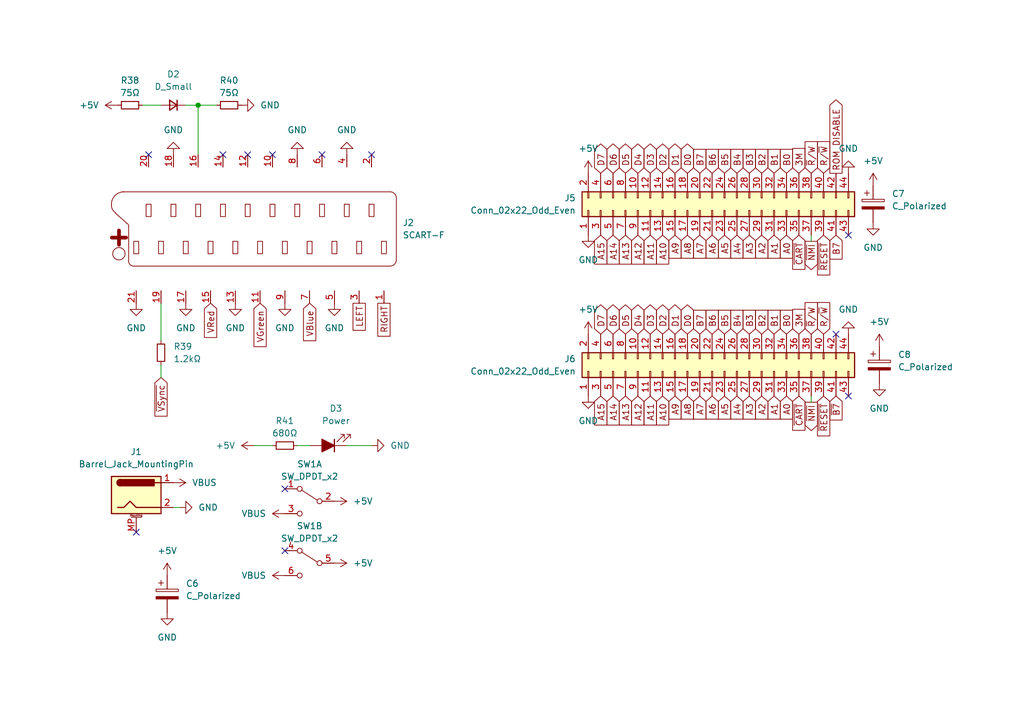
<source format=kicad_sch>
(kicad_sch (version 20230121) (generator eeschema)
  (paper "A5")
  (title_block (title "Ports"))
  (lib_symbols
    (symbol "Connector:Barrel_Jack_MountingPin" (pin_names hide)
      (property "Reference" "J" (at 0 5.334 0))
      (property "Value" "Barrel_Jack_MountingPin" (at 1.27 -6.35 0))
      (symbol "Barrel_Jack_MountingPin_0_1"
        (rectangle (start -5.08 3.81) (end 5.08 -3.81) (stroke (width 0.254)) (fill (type background)))
        (arc (start -3.302 3.175) (mid -3.9343 2.54) (end -3.302 1.905) (stroke (width 0.254)))
        (arc (start -3.302 3.175) (mid -3.9343 2.54) (end -3.302 1.905) (stroke (width 0.254)) (fill (type outline)))
        (polyline (pts (xy 5.08 2.54) (xy 3.81 2.54)) (stroke (width 0.254)))
        (polyline (pts (xy -3.81 -2.54) (xy -2.54 -2.54) (xy -1.27 -1.27) (xy 0 -2.54) (xy 2.54 -2.54) (xy 5.08 -2.54)) (stroke (width 0.254)))
        (rectangle (start 3.683 3.175) (end -3.302 1.905) (stroke (width 0.254)) (fill (type outline)))
      )
      (symbol "Barrel_Jack_MountingPin_1_1"
        (polyline (pts (xy -1.016 -4.572) (xy 1.016 -4.572)) (stroke (width 0.1524)))
        (text "Mounting" (at 0 -4.191 0) (effects (font (size 0.381 0.381))))
        (pin passive line (at 7.62 2.54 180) (length 2.54) (name "~") (number "1"))
        (pin passive line (at 7.62 -2.54 180) (length 2.54) (name "~") (number "2"))
        (pin passive line (at 0 -7.62 90) (length 3.048) (name "MountPin") (number "MP"))
      )
    )
    (symbol "Connector:SCART-F" (pin_names (offset 0.762) hide)
      (property "Reference" "J" (at 0 31.75 0))
      (property "Value" "SCART-F" (at 1.016 -29.21 0))
      (symbol "SCART-F_0_1"
        (arc (start -7.62 -26.67) (mid -7.248 -27.568) (end -6.35 -27.94))
        (arc (start -6.604 26.9494) (mid -7.3224 26.6518) (end -7.62 25.9334))
        (rectangle (start -5.08 -24.892) (end -2.54 -25.908))
        (rectangle (start -5.08 -19.812) (end -2.54 -20.828))
        (rectangle (start -5.08 -14.732) (end -2.54 -15.748))
        (rectangle (start -5.08 -9.652) (end -2.54 -10.668))
        (rectangle (start -5.08 -4.572) (end -2.54 -5.588))
        (rectangle (start -5.08 0.508) (end -2.54 -0.508))
        (rectangle (start -5.08 5.588) (end -2.54 4.572))
        (rectangle (start -5.08 10.668) (end -2.54 9.652))
        (rectangle (start -5.08 15.748) (end -2.54 14.732))
        (rectangle (start -5.08 20.828) (end -2.54 19.812))
        (rectangle (start -5.08 25.908) (end -2.54 24.892))
        (circle (center -5.08 28.956) (radius 1.27))
        (polyline (pts (xy -7.62 22.86) (xy -7.62 -26.67)))
        (polyline (pts (xy -7.62 22.86) (xy -7.62 24.13)))
        (polyline (pts (xy -7.62 24.6634) (xy -7.62 24.13)))
        (polyline (pts (xy -7.62 24.6634) (xy -7.62 25.9334)))
        (polyline (pts (xy -6.604 26.9494) (xy 0.508 26.9494)))
        (polyline (pts (xy -6.35 -27.94) (xy 6.35 -27.94)))
        (polyline (pts (xy 3.302 29.718) (xy 1.27 27.432)))
        (polyline (pts (xy 4.826 30.48) (xy 5.08 30.48)))
        (polyline (pts (xy 7.62 -26.67) (xy 7.62 28.2194)))
        (arc (start 0.508 26.924) (mid 0.9569 27.0702) (end 1.2192 27.4574))
        (rectangle (start 2.54 -22.352) (end 5.08 -23.368))
        (rectangle (start 2.54 -17.272) (end 5.08 -18.288))
        (rectangle (start 2.54 -12.192) (end 5.08 -13.208))
        (rectangle (start 2.54 -7.112) (end 5.08 -8.128))
        (rectangle (start 2.54 -2.032) (end 5.08 -3.048))
        (rectangle (start 2.54 3.048) (end 5.08 2.032))
        (rectangle (start 2.54 8.128) (end 5.08 7.112))
        (rectangle (start 2.54 13.208) (end 5.08 12.192))
        (rectangle (start 2.54 18.288) (end 5.08 17.272))
        (rectangle (start 2.54 23.368) (end 5.08 22.352))
        (arc (start 4.826 30.48) (mid 3.999 30.2726) (end 3.3782 29.6926))
        (arc (start 6.35 -27.94) (mid 7.248 -27.568) (end 7.62 -26.67))
        (arc (start 7.62 27.94) (mid 6.8761 29.7361) (end 5.08 30.48))
        (text "+" (at -1.778 29.21 0) (effects (font (size 3.81 3.81) bold)))
      )
      (symbol "SCART-F_1_1"
        (pin passive line (at -15.24 -25.4 0) (length 2.54) (name "P1") (number "1"))
        (pin passive line (at 15.24 -2.54 180) (length 2.54) (name "P10") (number "10"))
        (pin passive line (at -15.24 0 0) (length 2.54) (name "P11") (number "11"))
        (pin passive line (at 15.24 2.54 180) (length 2.54) (name "P12") (number "12"))
        (pin passive line (at -15.24 5.08 0) (length 2.54) (name "P13") (number "13"))
        (pin passive line (at 15.24 7.62 180) (length 2.54) (name "P14") (number "14"))
        (pin passive line (at -15.24 10.16 0) (length 2.54) (name "P15") (number "15"))
        (pin passive line (at 15.24 12.7 180) (length 2.54) (name "P16") (number "16"))
        (pin passive line (at -15.24 15.24 0) (length 2.54) (name "P17") (number "17"))
        (pin passive line (at 15.24 17.78 180) (length 2.54) (name "P18") (number "18"))
        (pin passive line (at -15.24 20.32 0) (length 2.54) (name "P19") (number "19"))
        (pin passive line (at 15.24 -22.86 180) (length 2.54) (name "P2") (number "2"))
        (pin passive line (at 15.24 22.86 180) (length 2.54) (name "P20") (number "20"))
        (pin passive line (at -15.24 25.4 0) (length 2.54) (name "P21") (number "21"))
        (pin passive line (at -15.24 -20.32 0) (length 2.54) (name "P3") (number "3"))
        (pin passive line (at 15.24 -17.78 180) (length 2.54) (name "P4") (number "4"))
        (pin passive line (at -15.24 -15.24 0) (length 2.54) (name "P5") (number "5"))
        (pin passive line (at 15.24 -12.7 180) (length 2.54) (name "P6") (number "6"))
        (pin passive line (at -15.24 -10.16 0) (length 2.54) (name "P7") (number "7"))
        (pin passive line (at 15.24 -7.62 180) (length 2.54) (name "P8") (number "8"))
        (pin passive line (at -15.24 -5.08 0) (length 2.54) (name "P9") (number "9"))
      )
    )
    (symbol "Connector_Generic:Conn_02x22_Odd_Even" (pin_names (offset 1.016) hide)
      (property "Reference" "J" (at 1.27 27.94 0))
      (property "Value" "Conn_02x22_Odd_Even" (at 1.27 -30.48 0))
      (symbol "Conn_02x22_Odd_Even_1_1"
        (rectangle (start -1.27 -27.813) (end 0 -28.067) (stroke (width 0.1524)))
        (rectangle (start -1.27 -25.273) (end 0 -25.527) (stroke (width 0.1524)))
        (rectangle (start -1.27 -22.733) (end 0 -22.987) (stroke (width 0.1524)))
        (rectangle (start -1.27 -20.193) (end 0 -20.447) (stroke (width 0.1524)))
        (rectangle (start -1.27 -17.653) (end 0 -17.907) (stroke (width 0.1524)))
        (rectangle (start -1.27 -15.113) (end 0 -15.367) (stroke (width 0.1524)))
        (rectangle (start -1.27 -12.573) (end 0 -12.827) (stroke (width 0.1524)))
        (rectangle (start -1.27 -10.033) (end 0 -10.287) (stroke (width 0.1524)))
        (rectangle (start -1.27 -7.493) (end 0 -7.747) (stroke (width 0.1524)))
        (rectangle (start -1.27 -4.953) (end 0 -5.207) (stroke (width 0.1524)))
        (rectangle (start -1.27 -2.413) (end 0 -2.667) (stroke (width 0.1524)))
        (rectangle (start -1.27 0.127) (end 0 -0.127) (stroke (width 0.1524)))
        (rectangle (start -1.27 2.667) (end 0 2.413) (stroke (width 0.1524)))
        (rectangle (start -1.27 5.207) (end 0 4.953) (stroke (width 0.1524)))
        (rectangle (start -1.27 7.747) (end 0 7.493) (stroke (width 0.1524)))
        (rectangle (start -1.27 10.287) (end 0 10.033) (stroke (width 0.1524)))
        (rectangle (start -1.27 12.827) (end 0 12.573) (stroke (width 0.1524)))
        (rectangle (start -1.27 15.367) (end 0 15.113) (stroke (width 0.1524)))
        (rectangle (start -1.27 17.907) (end 0 17.653) (stroke (width 0.1524)))
        (rectangle (start -1.27 20.447) (end 0 20.193) (stroke (width 0.1524)))
        (rectangle (start -1.27 22.987) (end 0 22.733) (stroke (width 0.1524)))
        (rectangle (start -1.27 25.527) (end 0 25.273) (stroke (width 0.1524)))
        (rectangle (start -1.27 26.67) (end 3.81 -29.21) (stroke (width 0.254)) (fill (type background)))
        (rectangle (start 3.81 -27.813) (end 2.54 -28.067) (stroke (width 0.1524)))
        (rectangle (start 3.81 -25.273) (end 2.54 -25.527) (stroke (width 0.1524)))
        (rectangle (start 3.81 -22.733) (end 2.54 -22.987) (stroke (width 0.1524)))
        (rectangle (start 3.81 -20.193) (end 2.54 -20.447) (stroke (width 0.1524)))
        (rectangle (start 3.81 -17.653) (end 2.54 -17.907) (stroke (width 0.1524)))
        (rectangle (start 3.81 -15.113) (end 2.54 -15.367) (stroke (width 0.1524)))
        (rectangle (start 3.81 -12.573) (end 2.54 -12.827) (stroke (width 0.1524)))
        (rectangle (start 3.81 -10.033) (end 2.54 -10.287) (stroke (width 0.1524)))
        (rectangle (start 3.81 -7.493) (end 2.54 -7.747) (stroke (width 0.1524)))
        (rectangle (start 3.81 -4.953) (end 2.54 -5.207) (stroke (width 0.1524)))
        (rectangle (start 3.81 -2.413) (end 2.54 -2.667) (stroke (width 0.1524)))
        (rectangle (start 3.81 0.127) (end 2.54 -0.127) (stroke (width 0.1524)))
        (rectangle (start 3.81 2.667) (end 2.54 2.413) (stroke (width 0.1524)))
        (rectangle (start 3.81 5.207) (end 2.54 4.953) (stroke (width 0.1524)))
        (rectangle (start 3.81 7.747) (end 2.54 7.493) (stroke (width 0.1524)))
        (rectangle (start 3.81 10.287) (end 2.54 10.033) (stroke (width 0.1524)))
        (rectangle (start 3.81 12.827) (end 2.54 12.573) (stroke (width 0.1524)))
        (rectangle (start 3.81 15.367) (end 2.54 15.113) (stroke (width 0.1524)))
        (rectangle (start 3.81 17.907) (end 2.54 17.653) (stroke (width 0.1524)))
        (rectangle (start 3.81 20.447) (end 2.54 20.193) (stroke (width 0.1524)))
        (rectangle (start 3.81 22.987) (end 2.54 22.733) (stroke (width 0.1524)))
        (rectangle (start 3.81 25.527) (end 2.54 25.273) (stroke (width 0.1524)))
        (pin passive line (at -5.08 25.4 0) (length 3.81) (name "Pin_1") (number "1"))
        (pin passive line (at 7.62 15.24 180) (length 3.81) (name "Pin_10") (number "10"))
        (pin passive line (at -5.08 12.7 0) (length 3.81) (name "Pin_11") (number "11"))
        (pin passive line (at 7.62 12.7 180) (length 3.81) (name "Pin_12") (number "12"))
        (pin passive line (at -5.08 10.16 0) (length 3.81) (name "Pin_13") (number "13"))
        (pin passive line (at 7.62 10.16 180) (length 3.81) (name "Pin_14") (number "14"))
        (pin passive line (at -5.08 7.62 0) (length 3.81) (name "Pin_15") (number "15"))
        (pin passive line (at 7.62 7.62 180) (length 3.81) (name "Pin_16") (number "16"))
        (pin passive line (at -5.08 5.08 0) (length 3.81) (name "Pin_17") (number "17"))
        (pin passive line (at 7.62 5.08 180) (length 3.81) (name "Pin_18") (number "18"))
        (pin passive line (at -5.08 2.54 0) (length 3.81) (name "Pin_19") (number "19"))
        (pin passive line (at 7.62 25.4 180) (length 3.81) (name "Pin_2") (number "2"))
        (pin passive line (at 7.62 2.54 180) (length 3.81) (name "Pin_20") (number "20"))
        (pin passive line (at -5.08 0 0) (length 3.81) (name "Pin_21") (number "21"))
        (pin passive line (at 7.62 0 180) (length 3.81) (name "Pin_22") (number "22"))
        (pin passive line (at -5.08 -2.54 0) (length 3.81) (name "Pin_23") (number "23"))
        (pin passive line (at 7.62 -2.54 180) (length 3.81) (name "Pin_24") (number "24"))
        (pin passive line (at -5.08 -5.08 0) (length 3.81) (name "Pin_25") (number "25"))
        (pin passive line (at 7.62 -5.08 180) (length 3.81) (name "Pin_26") (number "26"))
        (pin passive line (at -5.08 -7.62 0) (length 3.81) (name "Pin_27") (number "27"))
        (pin passive line (at 7.62 -7.62 180) (length 3.81) (name "Pin_28") (number "28"))
        (pin passive line (at -5.08 -10.16 0) (length 3.81) (name "Pin_29") (number "29"))
        (pin passive line (at -5.08 22.86 0) (length 3.81) (name "Pin_3") (number "3"))
        (pin passive line (at 7.62 -10.16 180) (length 3.81) (name "Pin_30") (number "30"))
        (pin passive line (at -5.08 -12.7 0) (length 3.81) (name "Pin_31") (number "31"))
        (pin passive line (at 7.62 -12.7 180) (length 3.81) (name "Pin_32") (number "32"))
        (pin passive line (at -5.08 -15.24 0) (length 3.81) (name "Pin_33") (number "33"))
        (pin passive line (at 7.62 -15.24 180) (length 3.81) (name "Pin_34") (number "34"))
        (pin passive line (at -5.08 -17.78 0) (length 3.81) (name "Pin_35") (number "35"))
        (pin passive line (at 7.62 -17.78 180) (length 3.81) (name "Pin_36") (number "36"))
        (pin passive line (at -5.08 -20.32 0) (length 3.81) (name "Pin_37") (number "37"))
        (pin passive line (at 7.62 -20.32 180) (length 3.81) (name "Pin_38") (number "38"))
        (pin passive line (at -5.08 -22.86 0) (length 3.81) (name "Pin_39") (number "39"))
        (pin passive line (at 7.62 22.86 180) (length 3.81) (name "Pin_4") (number "4"))
        (pin passive line (at 7.62 -22.86 180) (length 3.81) (name "Pin_40") (number "40"))
        (pin passive line (at -5.08 -25.4 0) (length 3.81) (name "Pin_41") (number "41"))
        (pin passive line (at 7.62 -25.4 180) (length 3.81) (name "Pin_42") (number "42"))
        (pin passive line (at -5.08 -27.94 0) (length 3.81) (name "Pin_43") (number "43"))
        (pin passive line (at 7.62 -27.94 180) (length 3.81) (name "Pin_44") (number "44"))
        (pin passive line (at -5.08 20.32 0) (length 3.81) (name "Pin_5") (number "5"))
        (pin passive line (at 7.62 20.32 180) (length 3.81) (name "Pin_6") (number "6"))
        (pin passive line (at -5.08 17.78 0) (length 3.81) (name "Pin_7") (number "7"))
        (pin passive line (at 7.62 17.78 180) (length 3.81) (name "Pin_8") (number "8"))
        (pin passive line (at -5.08 15.24 0) (length 3.81) (name "Pin_9") (number "9"))
      )
    )
    (symbol "Device:C_Polarized" (pin_numbers hide) (pin_names (offset 0.254))
      (property "Reference" "C" (at 0.635 2.54 0))
      (property "Value" "C_Polarized" (at 0.635 -2.54 0))
      (symbol "C_Polarized_0_1"
        (rectangle (start -2.286 0.508) (end 2.286 1.016))
        (polyline (pts (xy -1.778 2.286) (xy -0.762 2.286)))
        (polyline (pts (xy -1.27 2.794) (xy -1.27 1.778)))
        (rectangle (start 2.286 -0.508) (end -2.286 -1.016) (fill (type outline)))
      )
      (symbol "C_Polarized_1_1"
        (pin passive line (at 0 3.81 270) (length 2.794) (name "~") (number "1"))
        (pin passive line (at 0 -3.81 90) (length 2.794) (name "~") (number "2"))
      )
    )
    (symbol "Device:D_Small" (pin_numbers hide) (pin_names (offset 0.254) hide)
      (property "Reference" "D" (at -1.27 2.032 0))
      (property "Value" "D_Small" (at -3.81 -2.032 0))
      (symbol "D_Small_0_1"
        (polyline (pts (xy -0.762 -1.016) (xy -0.762 1.016)) (stroke (width 0.254)))
        (polyline (pts (xy -0.762 0) (xy 0.762 0)))
        (polyline (pts (xy 0.762 -1.016) (xy -0.762 0) (xy 0.762 1.016) (xy 0.762 -1.016)) (stroke (width 0.254)))
      )
      (symbol "D_Small_1_1"
        (pin passive line (at -2.54 0 0) (length 1.778) (name "K") (number "1"))
        (pin passive line (at 2.54 0 180) (length 1.778) (name "A") (number "2"))
      )
    )
    (symbol "Device:LED_Filled" (pin_numbers hide) (pin_names (offset 1.016) hide)
      (property "Reference" "D" (at 0 2.54 0))
      (property "Value" "LED_Filled" (at 0 -2.54 0))
      (symbol "LED_Filled_0_1"
        (polyline (pts (xy -1.27 -1.27) (xy -1.27 1.27)) (stroke (width 0.254)))
        (polyline (pts (xy -1.27 0) (xy 1.27 0)))
        (polyline (pts (xy 1.27 -1.27) (xy 1.27 1.27) (xy -1.27 0) (xy 1.27 -1.27)) (stroke (width 0.254)) (fill (type outline)))
        (polyline (pts (xy -3.048 -0.762) (xy -4.572 -2.286) (xy -3.81 -2.286) (xy -4.572 -2.286) (xy -4.572 -1.524)))
        (polyline (pts (xy -1.778 -0.762) (xy -3.302 -2.286) (xy -2.54 -2.286) (xy -3.302 -2.286) (xy -3.302 -1.524)))
      )
      (symbol "LED_Filled_1_1"
        (pin passive line (at -3.81 0 0) (length 2.54) (name "K") (number "1"))
        (pin passive line (at 3.81 0 180) (length 2.54) (name "A") (number "2"))
      )
    )
    (symbol "Device:R_Small" (pin_numbers hide) (pin_names (offset 0.254) hide)
      (property "Reference" "R" (at 0.762 0.508 0))
      (property "Value" "R_Small" (at 0.762 -1.016 0))
      (symbol "R_Small_0_1"
        (rectangle (start -0.762 1.778) (end 0.762 -1.778) (stroke (width 0.2032)))
      )
      (symbol "R_Small_1_1"
        (pin passive line (at 0 2.54 270) (length 0.762) (name "~") (number "1"))
        (pin passive line (at 0 -2.54 90) (length 0.762) (name "~") (number "2"))
      )
    )
    (symbol "Switch:SW_DPDT_x2" (pin_names (offset 0) hide)
      (property "Reference" "SW" (at 0 4.318 0))
      (property "Value" "SW_DPDT_x2" (at 0 -5.08 0))
      (symbol "SW_DPDT_x2_0_0"
        (circle (center -2.032 0) (radius 0.508))
        (circle (center 2.032 -2.54) (radius 0.508))
      )
      (symbol "SW_DPDT_x2_0_1"
        (polyline (pts (xy -1.524 0.254) (xy 1.651 2.286)))
        (circle (center 2.032 2.54) (radius 0.508))
      )
      (symbol "SW_DPDT_x2_1_1"
        (pin passive line (at 5.08 2.54 180) (length 2.54) (name "A") (number "1"))
        (pin passive line (at -5.08 0 0) (length 2.54) (name "B") (number "2"))
        (pin passive line (at 5.08 -2.54 180) (length 2.54) (name "C") (number "3"))
      )
      (symbol "SW_DPDT_x2_2_1"
        (pin passive line (at 5.08 2.54 180) (length 2.54) (name "A") (number "4"))
        (pin passive line (at -5.08 0 0) (length 2.54) (name "B") (number "5"))
        (pin passive line (at 5.08 -2.54 180) (length 2.54) (name "C") (number "6"))
      )
    )
    (symbol "power:+5V" (power) (pin_names (offset 0))
      (property "Value" "+5V" (at 0 3.556 0))
      (symbol "+5V_0_1"
        (polyline (pts (xy -0.762 1.27) (xy 0 2.54)))
        (polyline (pts (xy 0 0) (xy 0 2.54)))
        (polyline (pts (xy 0 2.54) (xy 0.762 1.27)))
      )
      (symbol "+5V_1_1"
        (pin power_in line (at 0 0 90) (length 0) hide (name "+5V") (number "1"))
      )
    )
    (symbol "power:GND" (power) (pin_names (offset 0))
      (property "Value" "GND" (at 0 -3.81 0))
      (symbol "GND_0_1"
        (polyline (pts (xy 0 0) (xy 0 -1.27) (xy 1.27 -1.27) (xy 0 -2.54) (xy -1.27 -1.27) (xy 0 -1.27)))
      )
      (symbol "GND_1_1"
        (pin power_in line (at 0 0 270) (length 0) hide (name "GND") (number "1"))
      )
    )
    (symbol "power:VBUS" (power) (pin_names (offset 0))
      (property "Value" "VBUS" (at 0 3.81 0))
      (symbol "VBUS_0_1"
        (polyline (pts (xy -0.762 1.27) (xy 0 2.54)))
        (polyline (pts (xy 0 0) (xy 0 2.54)))
        (polyline (pts (xy 0 2.54) (xy 0.762 1.27)))
      )
      (symbol "VBUS_1_1"
        (pin power_in line (at 0 0 90) (length 0) hide (name "VBUS") (number "1"))
      )
    )
  )
  (junction (at 40.64 21.59))
  (no_connect (at 173.99 81.28))
  (no_connect (at 171.45 68.58))
  (no_connect (at 66.04 31.75))
  (no_connect (at 55.88 31.75))
  (no_connect (at 50.8 31.75))
  (no_connect (at 27.94 109.22))
  (no_connect (at 58.42 100.33))
  (no_connect (at 173.99 48.26))
  (no_connect (at 58.42 113.03))
  (no_connect (at 30.48 31.75))
  (no_connect (at 76.2 31.75))
  (no_connect (at 45.72 31.75))
  (wire (pts (xy 166.37 49.53) (xy 166.37 48.26)))
  (wire (pts (xy 166.37 82.55) (xy 166.37 81.28)))
  (wire (pts (xy 40.64 21.59) (xy 44.45 21.59)))
  (wire (pts (xy 36.83 104.14) (xy 35.56 104.14)))
  (wire (pts (xy 29.21 21.59) (xy 33.02 21.59)))
  (wire (pts (xy 33.02 69.85) (xy 33.02 62.23)))
  (wire (pts (xy 76.2 91.44) (xy 71.12 91.44)))
  (wire (pts (xy 40.64 21.59) (xy 40.64 31.75)))
  (wire (pts (xy 33.02 77.47) (xy 33.02 74.93)))
  (wire (pts (xy 52.07 91.44) (xy 55.88 91.44)))
  (wire (pts (xy 38.1 21.59) (xy 40.64 21.59)))
  (wire (pts (xy 60.96 91.44) (xy 63.5 91.44)))
  (global_label "A4" (shape input) (at 151.13 48.26 270) (property "Intersheetrefs" "${INTERSHEET_REFS}" (effects hide)))
  (global_label "A1" (shape input) (at 158.75 81.28 270) (property "Intersheetrefs" "${INTERSHEET_REFS}" (effects hide)))
  (global_label "A7" (shape input) (at 143.51 48.26 270) (property "Intersheetrefs" "${INTERSHEET_REFS}" (effects hide)))
  (global_label "D1" (shape bidirectional) (at 138.43 35.56 90) (property "Intersheetrefs" "${INTERSHEET_REFS}" (effects hide)))
  (global_label "A11" (shape input) (at 133.35 81.28 270) (property "Intersheetrefs" "${INTERSHEET_REFS}" (effects hide)))
  (global_label "D4" (shape bidirectional) (at 130.81 35.56 90) (property "Intersheetrefs" "${INTERSHEET_REFS}" (effects hide)))
  (global_label "A10" (shape input) (at 135.89 48.26 270) (property "Intersheetrefs" "${INTERSHEET_REFS}" (effects hide)))
  (global_label "A8" (shape input) (at 140.97 81.28 270) (property "Intersheetrefs" "${INTERSHEET_REFS}" (effects hide)))
  (global_label "B3" (shape input) (at 153.67 68.58 90) (property "Intersheetrefs" "${INTERSHEET_REFS}" (effects hide)))
  (global_label "B7" (shape input) (at 143.51 68.58 90) (property "Intersheetrefs" "${INTERSHEET_REFS}" (effects hide)))
  (global_label "A9" (shape input) (at 138.43 81.28 270) (property "Intersheetrefs" "${INTERSHEET_REFS}" (effects hide)))
  (global_label "B2" (shape input) (at 156.21 35.56 90) (property "Intersheetrefs" "${INTERSHEET_REFS}" (effects hide)))
  (global_label "VRed" (shape input) (at 43.18 62.23 270) (property "Intersheetrefs" "${INTERSHEET_REFS}" (effects hide)))
  (global_label "A13" (shape input) (at 128.27 48.26 270) (property "Intersheetrefs" "${INTERSHEET_REFS}" (effects hide)))
  (global_label "B6" (shape input) (at 146.05 68.58 90) (property "Intersheetrefs" "${INTERSHEET_REFS}" (effects hide)))
  (global_label "A0" (shape input) (at 161.29 81.28 270) (property "Intersheetrefs" "${INTERSHEET_REFS}" (effects hide)))
  (global_label "D2" (shape bidirectional) (at 135.89 35.56 90) (property "Intersheetrefs" "${INTERSHEET_REFS}" (effects hide)))
  (global_label "3M" (shape input) (at 163.83 35.56 90) (property "Intersheetrefs" "${INTERSHEET_REFS}" (effects hide)))
  (global_label "A10" (shape input) (at 135.89 81.28 270) (property "Intersheetrefs" "${INTERSHEET_REFS}" (effects hide)))
  (global_label "~{B7}" (shape input) (at 171.45 81.28 270) (property "Intersheetrefs" "${INTERSHEET_REFS}" (effects hide)))
  (global_label "A4" (shape input) (at 151.13 81.28 270) (property "Intersheetrefs" "${INTERSHEET_REFS}" (effects hide)))
  (global_label "~{VSync}" (shape input) (at 33.02 77.47 270) (property "Intersheetrefs" "${INTERSHEET_REFS}" (effects hide)))
  (global_label "D3" (shape bidirectional) (at 133.35 68.58 90) (property "Intersheetrefs" "${INTERSHEET_REFS}" (effects hide)))
  (global_label "~{RESET}" (shape input) (at 168.91 81.28 270) (property "Intersheetrefs" "${INTERSHEET_REFS}" (effects hide)))
  (global_label "D4" (shape bidirectional) (at 130.81 68.58 90) (property "Intersheetrefs" "${INTERSHEET_REFS}" (effects hide)))
  (global_label "R{slash}~{W}" (shape input) (at 168.91 68.58 90) (property "Intersheetrefs" "${INTERSHEET_REFS}" (effects hide)))
  (global_label "A5" (shape input) (at 148.59 48.26 270) (property "Intersheetrefs" "${INTERSHEET_REFS}" (effects hide)))
  (global_label "A11" (shape input) (at 133.35 48.26 270) (property "Intersheetrefs" "${INTERSHEET_REFS}" (effects hide)))
  (global_label "R{slash}~{W}" (shape input) (at 168.91 35.56 90) (property "Intersheetrefs" "${INTERSHEET_REFS}" (effects hide)))
  (global_label "ROM DISABLE" (shape output) (at 171.45 35.56 90) (property "Intersheetrefs" "${INTERSHEET_REFS}" (effects hide)))
  (global_label "B0" (shape input) (at 161.29 68.58 90) (property "Intersheetrefs" "${INTERSHEET_REFS}" (effects hide)))
  (global_label "D3" (shape bidirectional) (at 133.35 35.56 90) (property "Intersheetrefs" "${INTERSHEET_REFS}" (effects hide)))
  (global_label "B4" (shape input) (at 151.13 68.58 90) (property "Intersheetrefs" "${INTERSHEET_REFS}" (effects hide)))
  (global_label "A3" (shape input) (at 153.67 48.26 270) (property "Intersheetrefs" "${INTERSHEET_REFS}" (effects hide)))
  (global_label "D7" (shape bidirectional) (at 123.19 35.56 90) (property "Intersheetrefs" "${INTERSHEET_REFS}" (effects hide)))
  (global_label "LEFT" (shape passive) (at 73.66 62.23 270) (property "Intersheetrefs" "${INTERSHEET_REFS}" (effects hide)))
  (global_label "A12" (shape input) (at 130.81 48.26 270) (property "Intersheetrefs" "${INTERSHEET_REFS}" (effects hide)))
  (global_label "VBlue" (shape input) (at 63.5 62.23 270) (property "Intersheetrefs" "${INTERSHEET_REFS}" (effects hide)))
  (global_label "B3" (shape input) (at 153.67 35.56 90) (property "Intersheetrefs" "${INTERSHEET_REFS}" (effects hide)))
  (global_label "D6" (shape bidirectional) (at 125.73 35.56 90) (property "Intersheetrefs" "${INTERSHEET_REFS}" (effects hide)))
  (global_label "~{CART}" (shape input) (at 163.83 81.28 270) (property "Intersheetrefs" "${INTERSHEET_REFS}" (effects hide)))
  (global_label "A8" (shape input) (at 140.97 48.26 270) (property "Intersheetrefs" "${INTERSHEET_REFS}" (effects hide)))
  (global_label "D5" (shape bidirectional) (at 128.27 35.56 90) (property "Intersheetrefs" "${INTERSHEET_REFS}" (effects hide)))
  (global_label "RIGHT" (shape passive) (at 78.74 62.23 270) (property "Intersheetrefs" "${INTERSHEET_REFS}" (effects hide)))
  (global_label "B7" (shape input) (at 171.45 48.26 270) (property "Intersheetrefs" "${INTERSHEET_REFS}" (effects hide)))
  (global_label "D5" (shape bidirectional) (at 128.27 68.58 90) (property "Intersheetrefs" "${INTERSHEET_REFS}" (effects hide)))
  (global_label "B5" (shape input) (at 148.59 35.56 90) (property "Intersheetrefs" "${INTERSHEET_REFS}" (effects hide)))
  (global_label "B1" (shape input) (at 158.75 35.56 90) (property "Intersheetrefs" "${INTERSHEET_REFS}" (effects hide)))
  (global_label "B5" (shape input) (at 148.59 68.58 90) (property "Intersheetrefs" "${INTERSHEET_REFS}" (effects hide)))
  (global_label "A14" (shape input) (at 125.73 48.26 270) (property "Intersheetrefs" "${INTERSHEET_REFS}" (effects hide)))
  (global_label "D7" (shape bidirectional) (at 123.19 68.58 90) (property "Intersheetrefs" "${INTERSHEET_REFS}" (effects hide)))
  (global_label "3M" (shape input) (at 163.83 68.58 90) (property "Intersheetrefs" "${INTERSHEET_REFS}" (effects hide)))
  (global_label "A15" (shape input) (at 123.19 81.28 270) (property "Intersheetrefs" "${INTERSHEET_REFS}" (effects hide)))
  (global_label "A12" (shape input) (at 130.81 81.28 270) (property "Intersheetrefs" "${INTERSHEET_REFS}" (effects hide)))
  (global_label "D0" (shape bidirectional) (at 140.97 35.56 90) (property "Intersheetrefs" "${INTERSHEET_REFS}" (effects hide)))
  (global_label "~{NMI}" (shape output) (at 166.37 82.55 270) (property "Intersheetrefs" "${INTERSHEET_REFS}" (effects hide)))
  (global_label "~{R}{slash}W" (shape input) (at 166.37 68.58 90) (property "Intersheetrefs" "${INTERSHEET_REFS}" (effects hide)))
  (global_label "B0" (shape input) (at 161.29 35.56 90) (property "Intersheetrefs" "${INTERSHEET_REFS}" (effects hide)))
  (global_label "B2" (shape input) (at 156.21 68.58 90) (property "Intersheetrefs" "${INTERSHEET_REFS}" (effects hide)))
  (global_label "A9" (shape input) (at 138.43 48.26 270) (property "Intersheetrefs" "${INTERSHEET_REFS}" (effects hide)))
  (global_label "D1" (shape bidirectional) (at 138.43 68.58 90) (property "Intersheetrefs" "${INTERSHEET_REFS}" (effects hide)))
  (global_label "A6" (shape input) (at 146.05 48.26 270) (property "Intersheetrefs" "${INTERSHEET_REFS}" (effects hide)))
  (global_label "A2" (shape input) (at 156.21 48.26 270) (property "Intersheetrefs" "${INTERSHEET_REFS}" (effects hide)))
  (global_label "D0" (shape bidirectional) (at 140.97 68.58 90) (property "Intersheetrefs" "${INTERSHEET_REFS}" (effects hide)))
  (global_label "A2" (shape input) (at 156.21 81.28 270) (property "Intersheetrefs" "${INTERSHEET_REFS}" (effects hide)))
  (global_label "A1" (shape input) (at 158.75 48.26 270) (property "Intersheetrefs" "${INTERSHEET_REFS}" (effects hide)))
  (global_label "~{NMI}" (shape output) (at 166.37 49.53 270) (property "Intersheetrefs" "${INTERSHEET_REFS}" (effects hide)))
  (global_label "A3" (shape input) (at 153.67 81.28 270) (property "Intersheetrefs" "${INTERSHEET_REFS}" (effects hide)))
  (global_label "B7" (shape input) (at 143.51 35.56 90) (property "Intersheetrefs" "${INTERSHEET_REFS}" (effects hide)))
  (global_label "A0" (shape input) (at 161.29 48.26 270) (property "Intersheetrefs" "${INTERSHEET_REFS}" (effects hide)))
  (global_label "A15" (shape input) (at 123.19 48.26 270) (property "Intersheetrefs" "${INTERSHEET_REFS}" (effects hide)))
  (global_label "A13" (shape input) (at 128.27 81.28 270) (property "Intersheetrefs" "${INTERSHEET_REFS}" (effects hide)))
  (global_label "~{R}{slash}W" (shape input) (at 166.37 35.56 90) (property "Intersheetrefs" "${INTERSHEET_REFS}" (effects hide)))
  (global_label "A7" (shape input) (at 143.51 81.28 270) (property "Intersheetrefs" "${INTERSHEET_REFS}" (effects hide)))
  (global_label "VGreen" (shape input) (at 53.34 62.23 270) (property "Intersheetrefs" "${INTERSHEET_REFS}" (effects hide)))
  (global_label "B1" (shape input) (at 158.75 68.58 90) (property "Intersheetrefs" "${INTERSHEET_REFS}" (effects hide)))
  (global_label "D2" (shape bidirectional) (at 135.89 68.58 90) (property "Intersheetrefs" "${INTERSHEET_REFS}" (effects hide)))
  (global_label "~{RESET}" (shape input) (at 168.91 48.26 270) (property "Intersheetrefs" "${INTERSHEET_REFS}" (effects hide)))
  (global_label "B4" (shape input) (at 151.13 35.56 90) (property "Intersheetrefs" "${INTERSHEET_REFS}" (effects hide)))
  (global_label "A5" (shape input) (at 148.59 81.28 270) (property "Intersheetrefs" "${INTERSHEET_REFS}" (effects hide)))
  (global_label "D6" (shape bidirectional) (at 125.73 68.58 90) (property "Intersheetrefs" "${INTERSHEET_REFS}" (effects hide)))
  (global_label "A6" (shape input) (at 146.05 81.28 270) (property "Intersheetrefs" "${INTERSHEET_REFS}" (effects hide)))
  (global_label "A14" (shape input) (at 125.73 81.28 270) (property "Intersheetrefs" "${INTERSHEET_REFS}" (effects hide)))
  (global_label "B6" (shape input) (at 146.05 35.56 90) (property "Intersheetrefs" "${INTERSHEET_REFS}" (effects hide)))
  (global_label "~{CART}" (shape input) (at 163.83 48.26 270) (property "Intersheetrefs" "${INTERSHEET_REFS}" (effects hide)))
  (symbol (lib_id "Device:R_Small") (at 33.02 72.39 180) (unit 1)
    (property "Reference" "R39" (at 35.56 71.12 0) (effects (justify right)))
    (property "Value" "1.2kΩ" (at 35.56 73.66 0) (effects (justify right)))
    (property "Footprint" "Resistor_THT:R_Axial_DIN0204_L3.6mm_D1.6mm_P7.62mm_Horizontal" (effects hide))
  )
  (symbol (lib_id "power:+5V") (at 68.58 115.57 270) (unit 1)
    (property "Reference" "#PWR0109" (effects hide))
    (property "Value" "+5V" (at 72.39 115.57 90) (effects (justify left)))
    (instances (project "v1a" (path "" (reference "#PWR0109") (unit 1)) (path "" (reference "#PWR0158") (unit 1))))
  )
  (symbol (lib_id "Switch:SW_DPDT_x2") (at 63.5 102.87 0) (mirror y) (unit 1)
    (property "Reference" "SW1" (at 63.5 95.25 0))
    (property "Value" "SW_DPDT_x2" (at 63.5 97.79 0))
    (property "Footprint" "Button_Switch_THT:SW_CuK_JS202011AQN_DPDT_Angled" (effects hide))
    (instances (project "v1a" (path "" (reference "SW1") (unit 1)) (path "" (reference "SW2") (unit 1))))
  )
  (symbol (lib_id "power:+5V") (at 120.65 35.56 0) (unit 1)
    (property "Reference" "#PWR0161" (effects hide))
    (property "Value" "+5V" (at 120.65 30.48 0))
  )
  (symbol (lib_id "power:GND") (at 180.34 78.74 0) (unit 1)
    (property "Reference" "#PWR0106" (effects hide))
    (property "Value" "GND" (at 180.34 83.82 0))
    (instances (project "v1a" (path "" (reference "#PWR0106") (unit 1)) (path "" (reference "#PWR0170") (unit 1))))
  )
  (symbol (lib_id "Connector:SCART-F") (at 53.34 46.99 90) (unit 1)
    (property "Reference" "J2" (at 82.55 45.72 90) (effects (justify right)))
    (property "Value" "SCART-F" (at 82.55 48.26 90) (effects (justify right)))
    (property "Footprint" "Video:SCART" (effects hide))
    (property "Datasheet" " ~" (effects hide))
    (instances (project "v1a" (path "" (reference "J2") (unit 1)) (path "" (reference "J4") (unit 1))))
  )
  (symbol (lib_id "power:VBUS") (at 58.42 105.41 90) (mirror x) (unit 1)
    (property "Reference" "#PWR0107" (effects hide))
    (property "Value" "VBUS" (at 54.61 105.41 90) (effects (justify left)))
    (instances (project "v1a" (path "" (reference "#PWR0107") (unit 1)) (path "" (reference "#PWR0153") (unit 1))))
  )
  (symbol (lib_id "power:GND") (at 35.56 31.75 180) (unit 1)
    (property "Reference" "#PWR0145" (effects hide))
    (property "Value" "GND" (at 35.56 26.67 0))
  )
  (symbol (lib_id "power:GND") (at 49.53 21.59 90) (unit 1)
    (property "Reference" "#PWR0150" (effects hide))
    (property "Value" "GND" (at 53.34 21.59 90) (effects (justify right)))
  )
  (symbol (lib_id "power:+5V") (at 120.65 68.58 0) (unit 1)
    (property "Reference" "#PWR0163" (effects hide))
    (property "Value" "+5V" (at 120.65 63.5 0))
  )
  (symbol (lib_id "power:GND") (at 71.12 31.75 180) (unit 1)
    (property "Reference" "#PWR0159" (effects hide))
    (property "Value" "GND" (at 71.12 26.67 0))
  )
  (symbol (lib_id "power:+5V") (at 52.07 91.44 90) (unit 1)
    (property "Reference" "#PWR0110" (effects hide))
    (property "Value" "+5V" (at 48.26 91.44 90) (effects (justify left)))
    (instances (project "v1a" (path "" (reference "#PWR0110") (unit 1)) (path "" (reference "#PWR0151") (unit 1))))
  )
  (symbol (lib_id "Device:C_Polarized") (at 180.34 74.93 0) (unit 1)
    (property "Reference" "C8" (at 184.15 72.771 0) (effects (justify left)))
    (property "Value" "C_Polarized" (at 184.15 75.311 0) (effects (justify left)))
    (property "Footprint" "Capacitor_THT:CP_Radial_D6.3mm_P2.50mm" (effects hide))
  )
  (symbol (lib_id "power:GND") (at 120.65 81.28 0) (unit 1)
    (property "Reference" "#PWR0164" (effects hide))
    (property "Value" "GND" (at 120.65 86.36 0))
  )
  (symbol (lib_id "power:GND") (at 34.29 125.73 0) (unit 1)
    (property "Reference" "#PWR0106" (effects hide))
    (property "Value" "GND" (at 34.29 130.81 0))
    (instances (project "v1a" (path "" (reference "#PWR0106") (unit 1)) (path "" (reference "#PWR0144") (unit 1))))
  )
  (symbol (lib_id "Switch:SW_DPDT_x2") (at 63.5 115.57 0) (mirror y) (unit 2)
    (property "Reference" "SW1" (at 63.5 107.95 0))
    (property "Value" "SW_DPDT_x2" (at 63.5 110.49 0))
    (property "Footprint" "Button_Switch_THT:SW_CuK_JS202011AQN_DPDT_Angled" (effects hide))
    (instances (project "v1a" (path "" (reference "SW1") (unit 2)) (path "" (reference "SW2") (unit 2))))
  )
  (symbol (lib_id "power:GND") (at 173.99 68.58 180) (unit 1)
    (property "Reference" "#PWR0166" (effects hide))
    (property "Value" "GND" (at 173.99 63.5 0))
  )
  (symbol (lib_id "Device:C_Polarized") (at 179.07 41.91 0) (unit 1)
    (property "Reference" "C7" (at 182.88 39.751 0) (effects (justify left)))
    (property "Value" "C_Polarized" (at 182.88 42.291 0) (effects (justify left)))
    (property "Footprint" "Capacitor_THT:CP_Radial_D6.3mm_P2.50mm" (effects hide))
  )
  (symbol (lib_id "Device:R_Small") (at 46.99 21.59 90) (unit 1)
    (property "Reference" "R40" (at 46.99 16.51 90))
    (property "Value" "75Ω" (at 46.99 19.05 90))
    (property "Footprint" "Resistor_THT:R_Axial_DIN0204_L3.6mm_D1.6mm_P7.62mm_Horizontal" (effects hide))
  )
  (symbol (lib_id "power:+5V") (at 179.07 38.1 0) (unit 1)
    (property "Reference" "#PWR0110" (effects hide))
    (property "Value" "+5V" (at 179.07 33.02 0))
    (instances (project "v1a" (path "" (reference "#PWR0110") (unit 1)) (path "" (reference "#PWR0167") (unit 1))))
  )
  (symbol (lib_id "power:+5V") (at 180.34 71.12 0) (unit 1)
    (property "Reference" "#PWR0110" (effects hide))
    (property "Value" "+5V" (at 180.34 66.04 0))
    (instances (project "v1a" (path "" (reference "#PWR0110") (unit 1)) (path "" (reference "#PWR0169") (unit 1))))
  )
  (symbol (lib_id "Connector_Generic:Conn_02x22_Odd_Even") (at 146.05 76.2 90) (unit 1)
    (property "Reference" "J6" (at 118.11 73.66 90) (effects (justify left)))
    (property "Value" "Conn_02x22_Odd_Even" (at 118.11 76.2 90) (effects (justify left)))
    (property "Footprint" "Smal:EdgeHeader_2x22_P2.54mm_Vertical" (effects hide))
  )
  (symbol (lib_id "power:GND") (at 27.94 62.23 0) (unit 1)
    (property "Reference" "#PWR0142" (effects hide))
    (property "Value" "GND" (at 27.94 67.31 0))
  )
  (symbol (lib_id "power:GND") (at 48.26 62.23 0) (unit 1)
    (property "Reference" "#PWR0149" (effects hide))
    (property "Value" "GND" (at 48.26 67.31 0))
  )
  (symbol (lib_id "Connector:Barrel_Jack_MountingPin") (at 27.94 101.6 0) (unit 1)
    (property "Reference" "J1" (at 27.94 92.71 0))
    (property "Value" "Barrel_Jack_MountingPin" (at 27.94 95.25 0))
    (property "Footprint" "Connector_BarrelJack:BarrelJack_Horizontal" (effects hide))
    (instances (project "v1a" (path "" (reference "J1") (unit 1)) (path "" (reference "J3") (unit 1))))
  )
  (symbol (lib_id "power:+5V") (at 34.29 118.11 0) (unit 1)
    (property "Reference" "#PWR0110" (effects hide))
    (property "Value" "+5V" (at 34.29 113.03 0))
    (instances (project "v1a" (path "" (reference "#PWR0110") (unit 1)) (path "" (reference "#PWR0143") (unit 1))))
  )
  (symbol (lib_id "Device:C_Polarized") (at 34.29 121.92 0) (unit 1)
    (property "Reference" "C6" (at 38.1 119.761 0) (effects (justify left)))
    (property "Value" "C_Polarized" (at 38.1 122.301 0) (effects (justify left)))
    (property "Footprint" "Capacitor_THT:CP_Radial_D6.3mm_P2.50mm" (effects hide))
  )
  (symbol (lib_id "Device:D_Small") (at 35.56 21.59 180) (unit 1)
    (property "Reference" "D2" (at 35.56 15.24 0))
    (property "Value" "D_Small" (at 35.56 17.78 0))
    (property "Footprint" "Diode_THT:D_DO-34_SOD68_P7.62mm_Horizontal" (effects hide))
    (property "Sim.Device" "D" (effects hide))
    (property "Sim.Pins" "1=K 2=A" (effects hide))
  )
  (symbol (lib_id "power:GND") (at 173.99 35.56 180) (unit 1)
    (property "Reference" "#PWR0165" (effects hide))
    (property "Value" "GND" (at 173.99 30.48 0))
  )
  (symbol (lib_id "Device:R_Small") (at 26.67 21.59 90) (unit 1)
    (property "Reference" "R38" (at 26.67 16.51 90))
    (property "Value" "75Ω" (at 26.67 19.05 90))
    (property "Footprint" "Resistor_THT:R_Axial_DIN0204_L3.6mm_D1.6mm_P7.62mm_Horizontal" (effects hide))
  )
  (symbol (lib_id "power:GND") (at 38.1 62.23 0) (unit 1)
    (property "Reference" "#PWR0148" (effects hide))
    (property "Value" "GND" (at 38.1 67.31 0))
  )
  (symbol (lib_id "Connector_Generic:Conn_02x22_Odd_Even") (at 146.05 43.18 90) (unit 1)
    (property "Reference" "J5" (at 118.11 40.64 90) (effects (justify left)))
    (property "Value" "Conn_02x22_Odd_Even" (at 118.11 43.18 90) (effects (justify left)))
    (property "Footprint" "Smal:EdgeHeader_2x22_P2.54mm_Vertical" (effects hide))
  )
  (symbol (lib_id "Device:LED_Filled") (at 67.31 91.44 180) (unit 1)
    (property "Reference" "D3" (at 68.8975 83.82 0))
    (property "Value" "Power" (at 68.8975 86.36 0))
    (property "Footprint" "LED_THT:LED_D5.0mm" (effects hide))
  )
  (symbol (lib_id "power:GND") (at 76.2 91.44 90) (unit 1)
    (property "Reference" "#PWR0106" (effects hide))
    (property "Value" "GND" (at 80.01 91.44 90) (effects (justify right)))
    (instances (project "v1a" (path "" (reference "#PWR0106") (unit 1)) (path "" (reference "#PWR0160") (unit 1))))
  )
  (symbol (lib_id "power:VBUS") (at 35.56 99.06 270) (unit 1)
    (property "Reference" "#PWR0105" (effects hide))
    (property "Value" "VBUS" (at 39.37 99.06 90) (effects (justify left)))
    (instances (project "v1a" (path "" (reference "#PWR0105") (unit 1)) (path "" (reference "#PWR0146") (unit 1))))
  )
  (symbol (lib_id "Device:R_Small") (at 58.42 91.44 90) (unit 1)
    (property "Reference" "R41" (at 58.42 86.36 90))
    (property "Value" "680Ω" (at 58.42 88.9 90))
    (property "Footprint" "Resistor_THT:R_Axial_DIN0204_L3.6mm_D1.6mm_P7.62mm_Horizontal" (effects hide))
  )
  (symbol (lib_id "power:GND") (at 60.96 31.75 180) (unit 1)
    (property "Reference" "#PWR0155" (effects hide))
    (property "Value" "GND" (at 60.96 26.67 0))
  )
  (symbol (lib_id "power:GND") (at 179.07 45.72 0) (unit 1)
    (property "Reference" "#PWR0106" (effects hide))
    (property "Value" "GND" (at 179.07 50.8 0))
    (instances (project "v1a" (path "" (reference "#PWR0106") (unit 1)) (path "" (reference "#PWR0168") (unit 1))))
  )
  (symbol (lib_id "power:GND") (at 120.65 48.26 0) (unit 1)
    (property "Reference" "#PWR0162" (effects hide))
    (property "Value" "GND" (at 120.65 53.34 0))
  )
  (symbol (lib_id "power:GND") (at 68.58 62.23 0) (unit 1)
    (property "Reference" "#PWR0156" (effects hide))
    (property "Value" "GND" (at 68.58 67.31 0))
  )
  (symbol (lib_id "power:VBUS") (at 58.42 118.11 90) (mirror x) (unit 1)
    (property "Reference" "#PWR0108" (effects hide))
    (property "Value" "VBUS" (at 54.61 118.11 90) (effects (justify left)))
    (instances (project "v1a" (path "" (reference "#PWR0108") (unit 1)) (path "" (reference "#PWR0154") (unit 1))))
  )
  (symbol (lib_id "power:GND") (at 58.42 62.23 0) (unit 1)
    (property "Reference" "#PWR0152" (effects hide))
    (property "Value" "GND" (at 58.42 67.31 0))
  )
  (symbol (lib_id "power:+5V") (at 24.13 21.59 90) (unit 1)
    (property "Reference" "#PWR0141" (effects hide))
    (property "Value" "+5V" (at 20.32 21.59 90) (effects (justify left)))
  )
  (symbol (lib_id "power:+5V") (at 68.58 102.87 270) (unit 1)
    (property "Reference" "#PWR0110" (effects hide))
    (property "Value" "+5V" (at 72.39 102.87 90) (effects (justify left)))
    (instances (project "v1a" (path "" (reference "#PWR0110") (unit 1)) (path "" (reference "#PWR0157") (unit 1))))
  )
  (symbol (lib_id "power:GND") (at 36.83 104.14 90) (unit 1)
    (property "Reference" "#PWR0106" (effects hide))
    (property "Value" "GND" (at 40.64 104.14 90) (effects (justify right)))
    (instances (project "v1a" (path "" (reference "#PWR0106") (unit 1)) (path "" (reference "#PWR0147") (unit 1))))
  )
)
</source>
